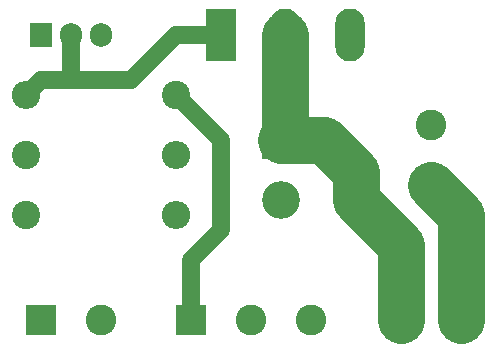
<source format=gbr>
G04 #@! TF.GenerationSoftware,KiCad,Pcbnew,(5.1.2)-1*
G04 #@! TF.CreationDate,2020-10-26T09:15:15+01:00*
G04 #@! TF.ProjectId,Flyback driver Cool-Tip v1.0.0,466c7962-6163-46b2-9064-726976657220,rev?*
G04 #@! TF.SameCoordinates,Original*
G04 #@! TF.FileFunction,Copper,L1,Top*
G04 #@! TF.FilePolarity,Positive*
%FSLAX46Y46*%
G04 Gerber Fmt 4.6, Leading zero omitted, Abs format (unit mm)*
G04 Created by KiCad (PCBNEW (5.1.2)-1) date 2020-10-26 09:15:15*
%MOMM*%
%LPD*%
G04 APERTURE LIST*
%ADD10O,2.400000X2.400000*%
%ADD11C,2.400000*%
%ADD12C,2.600000*%
%ADD13R,2.600000X2.600000*%
%ADD14O,3.200000X3.200000*%
%ADD15R,3.200000X3.200000*%
%ADD16O,2.500000X4.500000*%
%ADD17R,2.500000X4.500000*%
%ADD18R,1.905000X2.000000*%
%ADD19O,1.905000X2.000000*%
%ADD20C,4.000000*%
%ADD21C,1.500000*%
G04 APERTURE END LIST*
D10*
X114300000Y-95250000D03*
D11*
X101600000Y-95250000D03*
D10*
X114300000Y-90170000D03*
D11*
X101600000Y-90170000D03*
D12*
X107950000Y-104140000D03*
D13*
X102870000Y-104140000D03*
D14*
X123190000Y-93980000D03*
D15*
X123190000Y-88900000D03*
D16*
X129010000Y-80010000D03*
X123560000Y-80010000D03*
D17*
X118110000Y-80010000D03*
D12*
X135890000Y-87630000D03*
D13*
X135890000Y-92710000D03*
D12*
X138430000Y-104140000D03*
D13*
X133350000Y-104140000D03*
D18*
X102870000Y-80010000D03*
D19*
X105410000Y-80010000D03*
X107950000Y-80010000D03*
D11*
X114300000Y-85090000D03*
D10*
X101600000Y-85090000D03*
D13*
X115570000Y-104140000D03*
D12*
X120650000Y-104140000D03*
X125730000Y-104140000D03*
D20*
X133350000Y-97790000D02*
X129540000Y-93980000D01*
X126790000Y-88900000D02*
X123190000Y-88900000D01*
X129540000Y-91650000D02*
X126790000Y-88900000D01*
X129540000Y-93980000D02*
X129540000Y-91650000D01*
X123560000Y-88530000D02*
X123190000Y-88900000D01*
X123560000Y-80010000D02*
X123560000Y-88530000D01*
X133350000Y-97790000D02*
X133350000Y-104140000D01*
X138430000Y-95250000D02*
X138430000Y-104140000D01*
X135890000Y-92710000D02*
X138430000Y-95250000D01*
D21*
X114300000Y-85090000D02*
X118110000Y-88900000D01*
X118110000Y-88900000D02*
X118110000Y-96520000D01*
X115570000Y-104140000D02*
X115570000Y-99060000D01*
X115570000Y-99060000D02*
X118110000Y-96520000D01*
X105410000Y-80010000D02*
X105410000Y-83820000D01*
X102870000Y-83820000D02*
X101600000Y-85090000D01*
X105410000Y-83820000D02*
X102870000Y-83820000D01*
X110490000Y-83820000D02*
X105410000Y-83820000D01*
X118110000Y-80010000D02*
X114300000Y-80010000D01*
X114300000Y-80010000D02*
X110490000Y-83820000D01*
M02*

</source>
